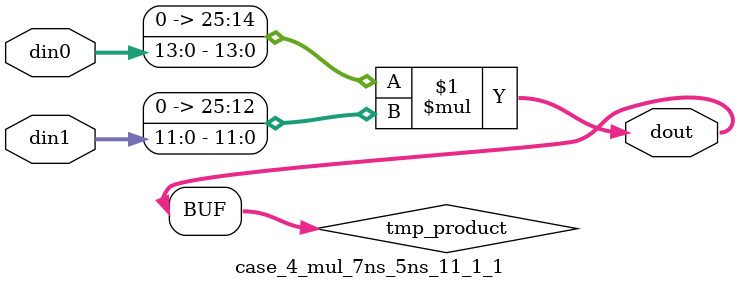
<source format=v>

`timescale 1 ns / 1 ps

 (* use_dsp = "no" *)  module case_4_mul_7ns_5ns_11_1_1(din0, din1, dout);
parameter ID = 1;
parameter NUM_STAGE = 0;
parameter din0_WIDTH = 14;
parameter din1_WIDTH = 12;
parameter dout_WIDTH = 26;

input [din0_WIDTH - 1 : 0] din0; 
input [din1_WIDTH - 1 : 0] din1; 
output [dout_WIDTH - 1 : 0] dout;

wire signed [dout_WIDTH - 1 : 0] tmp_product;
























assign tmp_product = $signed({1'b0, din0}) * $signed({1'b0, din1});











assign dout = tmp_product;





















endmodule

</source>
